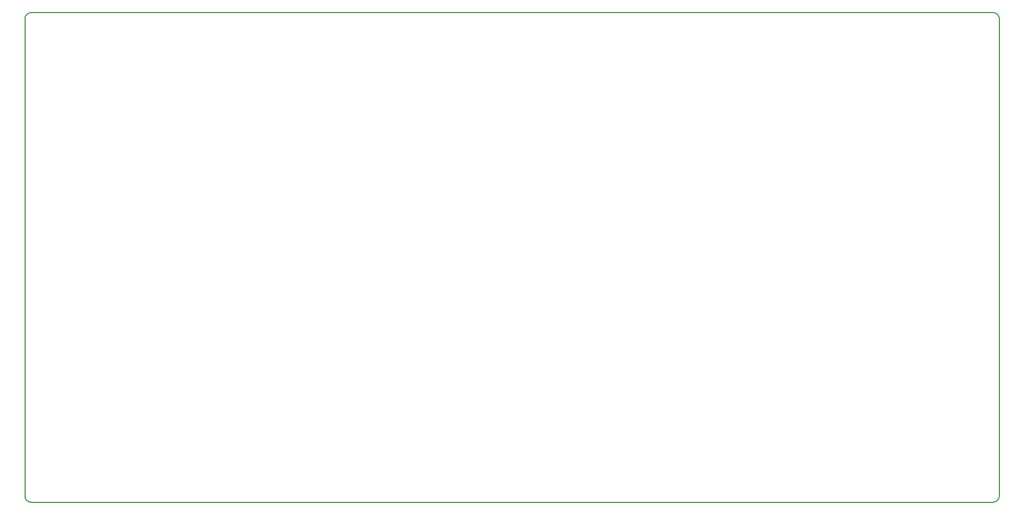
<source format=gm1>
G04 #@! TF.GenerationSoftware,KiCad,Pcbnew,(5.1.6)-1*
G04 #@! TF.CreationDate,2020-05-31T11:49:10+09:00*
G04 #@! TF.ProjectId,7x4x2-pcb,37783478-322d-4706-9362-2e6b69636164,rev?*
G04 #@! TF.SameCoordinates,PX2faf080PY2faf080*
G04 #@! TF.FileFunction,Profile,NP*
%FSLAX46Y46*%
G04 Gerber Fmt 4.6, Leading zero omitted, Abs format (unit mm)*
G04 Created by KiCad (PCBNEW (5.1.6)-1) date 2020-05-31 11:49:10*
%MOMM*%
%LPD*%
G01*
G04 APERTURE LIST*
G04 #@! TA.AperFunction,Profile*
%ADD10C,0.150000*%
G04 #@! TD*
G04 APERTURE END LIST*
D10*
X2401001Y-26855521D02*
G75*
G02*
X3401001Y-25855521I1000000J0D01*
G01*
X3401001Y-101855521D02*
G75*
G02*
X2401001Y-100855521I0J1000000D01*
G01*
X153401001Y-100855521D02*
G75*
G02*
X152401001Y-101855521I-1000000J0D01*
G01*
X152401001Y-25855521D02*
G75*
G02*
X153401001Y-26855521I0J-1000000D01*
G01*
X2401001Y-26855521D02*
X2401001Y-100855521D01*
X152401001Y-25855521D02*
X3401001Y-25855521D01*
X153401001Y-100855521D02*
X153401001Y-26855521D01*
X3401001Y-101855521D02*
X152401001Y-101855521D01*
M02*

</source>
